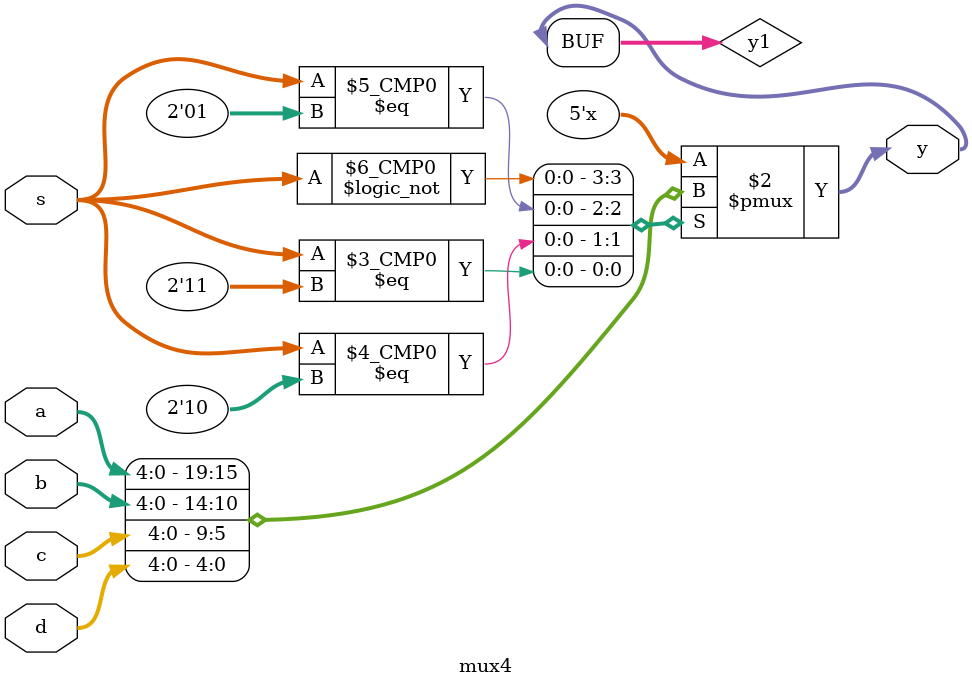
<source format=v>
module mux4(a,b,c,d,s,y);
parameter size_data=5;
input [size_data-1:0] a,b,c,d;
input [1:0] s;
output [size_data-1:0] y;

reg [size_data-1:0] y1;
assign y=y1;
  
always @ (s or a or b or c or d)
begin
  case(s)
    2'b00:y1<=a;
    2'b01:y1<=b;
    2'b10:y1<=c;
    2'b11:y1<=d;
  endcase
end
endmodule
</source>
